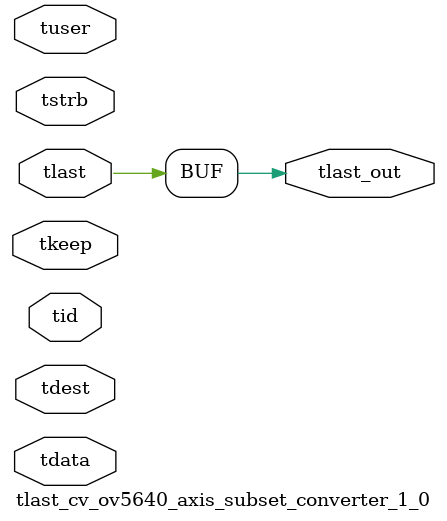
<source format=v>


`timescale 1ps/1ps

module tlast_cv_ov5640_axis_subset_converter_1_0 #
(
parameter C_S_AXIS_TID_WIDTH   = 1,
parameter C_S_AXIS_TUSER_WIDTH = 0,
parameter C_S_AXIS_TDATA_WIDTH = 0,
parameter C_S_AXIS_TDEST_WIDTH = 0
)
(
input  [(C_S_AXIS_TID_WIDTH   == 0 ? 1 : C_S_AXIS_TID_WIDTH)-1:0       ] tid,
input  [(C_S_AXIS_TDATA_WIDTH == 0 ? 1 : C_S_AXIS_TDATA_WIDTH)-1:0     ] tdata,
input  [(C_S_AXIS_TUSER_WIDTH == 0 ? 1 : C_S_AXIS_TUSER_WIDTH)-1:0     ] tuser,
input  [(C_S_AXIS_TDEST_WIDTH == 0 ? 1 : C_S_AXIS_TDEST_WIDTH)-1:0     ] tdest,
input  [(C_S_AXIS_TDATA_WIDTH/8)-1:0 ] tkeep,
input  [(C_S_AXIS_TDATA_WIDTH/8)-1:0 ] tstrb,
input  [0:0]                                                             tlast,
output                                                                   tlast_out
);

assign tlast_out = {tlast};

endmodule


</source>
